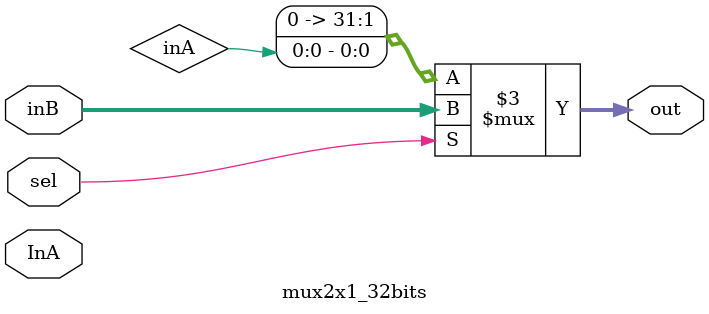
<source format=v>
module mux2x1_32bits(
    input [31:0] InA, inB,
    input sel,
    output [31:0] out
);

assign out = (sel == 1) ? inB : inA;

endmodule

</source>
